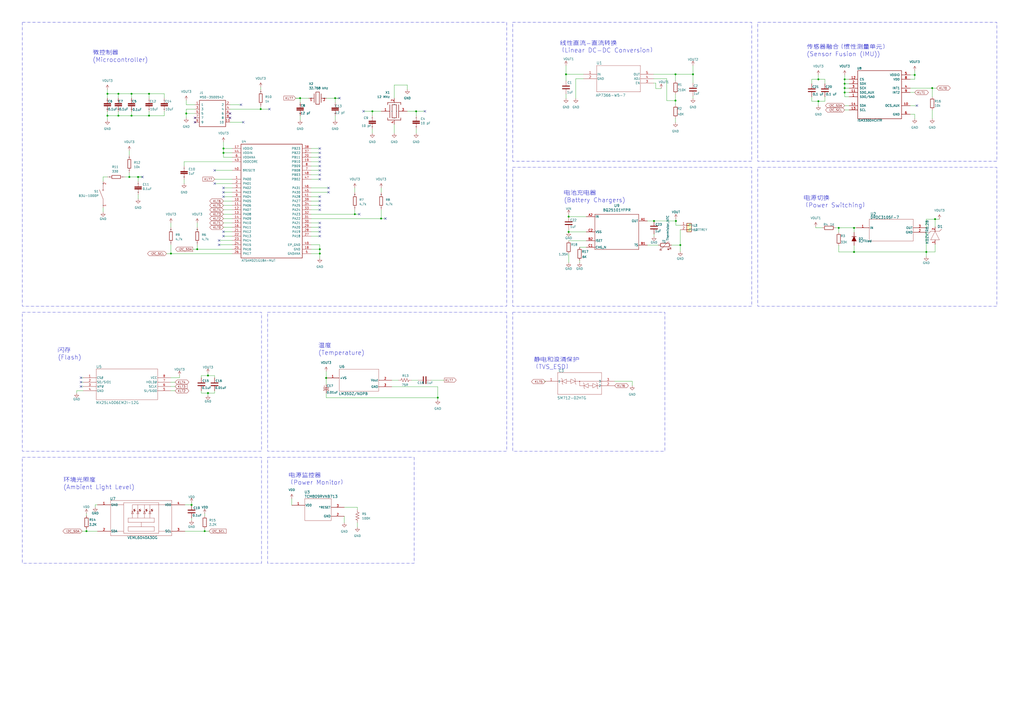
<source format=kicad_sch>
(kicad_sch (version 20231120) (generator "eeschema") (generator_version "8.0")
  (paper "A2")
  (title_block (title "KLT_设计_8beebc42-3b53-46b7-99a3-e05f13a3a830") (date "2024/10/31") (rev "0"))
  (junction (at 62.328 54.4))
  (junction (at 540.764 51.0975))
  (junction (at 185.518 147.11))
  (junction (at 185.518 144.57))
  (junction (at 329.857 134.5375))
  (junction (at 80.108 102.66))
  (junction (at 120.641 217.8505))
  (junction (at 194.408 56.94))
  (junction (at 221.078 126.79))
  (junction (at 391.833 58.3365))
  (junction (at 174.088 56.94))
  (junction (at 379.387 128.1875))
  (junction (at 129.638 88.69))
  (junction (at 486.535 132.188))
  (junction (at 120.641 228.0105))
  (junction (at 129.638 86.15))
  (junction (at 68.678 67.1))
  (junction (at 542.415 127.108))
  (junction (at 75.028 102.66))
  (junction (at 99.158 147.11))
  (junction (at 189.181 219.2475))
  (junction (at 401.993 43.0965))
  (junction (at 489.964 53.6375))
  (junction (at 111.116 292.8794))
  (junction (at 394.627 142.1575))
  (junction (at 489.964 51.0975))
  (junction (at 474.724 58.7175))
  (junction (at 114.398 144.57))
  (junction (at 86.458 54.4))
  (junction (at 108.048 65.83))
  (junction (at 50.156 308.1194))
  (junction (at 329.857 125.6475))
  (junction (at 489.964 48.5575))
  (junction (at 392.087 128.1875))
  (junction (at 328.333 43.0965))
  (junction (at 489.964 46.0175))
  (junction (at 76.298 54.4))
  (junction (at 205.838 124.25))
  (junction (at 118.736 308.1194))
  (junction (at 76.298 67.1))
  (junction (at 474.724 46.0175))
  (junction (at 241.398 64.56))
  (junction (at 391.833 43.0965))
  (junction (at 151.228 63.29))
  (junction (at 530.604 43.4775))
  (junction (at 68.678 54.4))
  (junction (at 537.335 146.158))
  (junction (at 86.458 67.1))
  (junction (at 62.328 67.1))
  (junction (at 215.998 64.56))
  (junction (at 253.951 230.6775))
  (junction (at 495.425 132.188))
  (junction (at 495.425 146.158))
  (no_connect (at 185.518 88.69))
  (no_connect (at 127.098 139.49))
  (no_connect (at 185.518 129.33))
  (no_connect (at 190.598 111.55))
  (no_connect (at 185.518 121.71))
  (no_connect (at 185.518 116.63))
  (no_connect (at 139.798 60.75))
  (no_connect (at 133.448 65.83))
  (no_connect (at 190.598 109.01))
  (no_connect (at 185.518 86.15))
  (no_connect (at 133.448 68.37))
  (no_connect (at 223.618 126.79))
  (no_connect (at 113.128 68.37))
  (no_connect (at 185.518 114.09))
  (no_connect (at 82.648 102.66))
  (no_connect (at 113.128 70.91))
  (no_connect (at 185.518 131.87))
  (no_connect (at 185.518 101.39))
  (no_connect (at 46.981 219.1205))
  (no_connect (at 129.638 134.41))
  (no_connect (at 127.098 142.03))
  (no_connect (at 185.518 91.23))
  (no_connect (at 531.874 61.2575))
  (no_connect (at 129.638 111.55))
  (no_connect (at 46.981 224.2005))
  (no_connect (at 185.518 136.95))
  (no_connect (at 185.518 119.17))
  (no_connect (at 129.638 114.09))
  (no_connect (at 246.478 64.56))
  (no_connect (at 185.518 96.31))
  (no_connect (at 210.918 64.56))
  (no_connect (at 141.068 70.91))
  (no_connect (at 156.308 63.29))
  (no_connect (at 129.638 109.01))
  (no_connect (at 185.518 98.85))
  (no_connect (at 185.518 103.93))
  (no_connect (at 196.948 56.94))
  (no_connect (at 46.981 221.6605))
  (no_connect (at 124.558 106.47))
  (no_connect (at 124.558 98.85))
  (no_connect (at 208.378 124.25))
  (no_connect (at 129.638 136.95))
  (no_connect (at 185.518 134.41))
  (no_connect (at 185.518 93.77))
  (wire (pts (xy 189.328 56.94) (xy 194.408 56.94)) (stroke (width 0.1524)))
  (wire (pts (xy 118.736 306.8494) (xy 118.736 308.1194)))
  (wire (pts (xy 486.535 132.188) (xy 495.425 132.188)))
  (wire (pts (xy 379.387 137.0775) (xy 379.387 135.8075)))
  (wire (pts (xy 75.028 102.66) (xy 80.108 102.66)) (stroke (width 0.1524)))
  (wire (pts (xy 68.678 54.4) (xy 76.298 54.4)) (stroke (width 0.1524)))
  (wire (pts (xy 129.638 88.69) (xy 129.638 86.15)) (stroke (width 0.1524)))
  (wire (pts (xy 495.425 132.188) (xy 496.695 132.188)))
  (wire (pts (xy 107.306 308.1194) (xy 118.736 308.1194)))
  (wire (pts (xy 180.438 134.41) (xy 185.518 134.41)) (stroke (width 0.1524)))
  (wire (pts (xy 99.051 219.1205) (xy 104.131 219.1205)))
  (wire (pts (xy 59.788 105.2) (xy 59.788 102.66)) (stroke (width 0.1524)))
  (wire (pts (xy 394.627 142.1575) (xy 394.627 145.9675)))
  (wire (pts (xy 336.207 151.0475) (xy 336.207 152.3175)))
  (wire (pts (xy 210.918 64.56) (xy 215.998 64.56)) (stroke (width 0.1524)))
  (wire (pts (xy 470.914 58.7175) (xy 474.724 58.7175)) (stroke (width 0.1524)))
  (wire (pts (xy 329.857 147.2375) (xy 329.857 152.3175)))
  (wire (pts (xy 180.438 86.15) (xy 185.518 86.15)) (stroke (width 0.1524)))
  (wire (pts (xy 134.718 124.25) (xy 129.638 124.25)) (stroke (width 0.1524)))
  (wire (pts (xy 315.9184 221.1906) (xy 316.0962 221.1906)))
  (wire (pts (xy 116.831 226.7405) (xy 116.831 228.0105)))
  (wire (pts (xy 489.964 48.5575) (xy 489.964 46.0175)) (stroke (width 0.1524)))
  (wire (pts (xy 180.438 111.55) (xy 190.598 111.55)) (stroke (width 0.1524)))
  (wire (pts (xy 134.718 114.09) (xy 129.638 114.09)) (stroke (width 0.1524)))
  (wire (pts (xy 133.448 70.91) (xy 141.068 70.91)) (stroke (width 0.1524)))
  (wire (pts (xy 356.5584 221.1906) (xy 366.7184 221.1906)))
  (wire (pts (xy 537.335 132.188) (xy 537.335 127.108)))
  (wire (pts (xy 180.438 88.69) (xy 185.518 88.69)) (stroke (width 0.1524)))
  (wire (pts (xy 531.874 61.2575) (xy 528.064 61.2575)))
  (wire (pts (xy 221.078 121.71) (xy 221.078 126.79)) (stroke (width 0.1524)))
  (wire (pts (xy 199.728 299.4218) (xy 199.728 303.2318)))
  (wire (pts (xy 489.964 56.1775) (xy 489.964 53.6375)) (stroke (width 0.1524)))
  (wire (pts (xy 542.415 141.713) (xy 542.415 146.158)))
  (wire (pts (xy 316.0962 221.1906) (xy 316.0962 221.3684)))
  (wire (pts (xy 478.534 58.7175) (xy 474.724 58.7175)) (stroke (width 0.1524)))
  (wire (pts (xy 199.728 294.3418) (xy 207.348 294.3418)))
  (wire (pts (xy 238.711 220.5175) (xy 242.521 220.5175)))
  (wire (pts (xy 76.298 67.1) (xy 86.458 67.1)) (stroke (width 0.1524)))
  (wire (pts (xy 118.736 297.9594) (xy 118.736 299.2294)))
  (wire (pts (xy 185.518 142.03) (xy 185.518 144.57)) (stroke (width 0.1524)))
  (wire (pts (xy 180.438 142.03) (xy 185.518 142.03)) (stroke (width 0.1524)))
  (wire (pts (xy 329.857 133.2675) (xy 329.857 134.5375)))
  (wire (pts (xy 48.251 226.7405) (xy 44.441 226.7405)))
  (wire (pts (xy 111.116 300.4994) (xy 111.116 301.7694)))
  (wire (pts (xy 169.248 289.2618) (xy 169.248 293.0718)))
  (wire (pts (xy 366.7184 221.1906) (xy 366.7184 223.7306)))
  (wire (pts (xy 59.788 120.44) (xy 59.788 122.98)) (stroke (width 0.1524)))
  (wire (pts (xy 334.048 45.6365) (xy 338.493 45.6365)))
  (wire (pts (xy 75.028 89.96) (xy 75.028 87.42)) (stroke (width 0.1524)))
  (wire (pts (xy 241.398 64.56) (xy 246.478 64.56)) (stroke (width 0.1524)))
  (wire (pts (xy 151.228 62.02) (xy 151.228 63.29)) (stroke (width 0.1524)))
  (wire (pts (xy 180.438 136.95) (xy 185.518 136.95)) (stroke (width 0.1524)))
  (wire (pts (xy 99.051 224.2005) (xy 101.591 224.2005)))
  (wire (pts (xy 127.098 142.03) (xy 134.718 142.03)))
  (wire (pts (xy 107.306 292.8794) (xy 111.116 292.8794)))
  (wire (pts (xy 106.778 93.77) (xy 106.778 96.31)) (stroke (width 0.1524)))
  (wire (pts (xy 134.718 129.33) (xy 129.638 129.33)) (stroke (width 0.1524)))
  (wire (pts (xy 492.504 53.6375) (xy 489.964 53.6375)) (stroke (width 0.1524)))
  (wire (pts (xy 120.641 217.8505) (xy 124.451 217.8505)))
  (wire (pts (xy 401.993 57.0665) (xy 401.993 55.7965)))
  (wire (pts (xy 401.993 38.0165) (xy 401.993 43.0965)))
  (wire (pts (xy 59.788 102.66) (xy 62.328 102.66)) (stroke (width 0.1524)))
  (wire (pts (xy 386.753 45.6365) (xy 386.753 58.3365)))
  (wire (pts (xy 528.064 43.4775) (xy 530.604 43.4775)) (stroke (width 0.1524)))
  (wire (pts (xy 76.298 56.94) (xy 76.298 54.4)) (stroke (width 0.1524)))
  (wire (pts (xy 50.156 297.9594) (xy 50.156 299.2294)))
  (wire (pts (xy 328.333 38.0165) (xy 328.333 43.0965)))
  (wire (pts (xy 46.981 219.1205) (xy 48.251 219.1205)))
  (wire (pts (xy 492.504 46.0175) (xy 489.964 46.0175)) (stroke (width 0.1524)))
  (wire (pts (xy 95.348 64.56) (xy 95.348 67.1)) (stroke (width 0.1524)))
  (wire (pts (xy 207.348 303.2318) (xy 207.348 305.7718)))
  (wire (pts (xy 336.207 143.4275) (xy 340.017 143.4275)))
  (wire (pts (xy 185.518 144.57) (xy 185.518 147.11)) (stroke (width 0.1524)))
  (wire (pts (xy 134.718 119.17) (xy 129.638 119.17)) (stroke (width 0.1524)))
  (wire (pts (xy 46.981 221.6605) (xy 48.251 221.6605)))
  (wire (pts (xy 99.158 147.11) (xy 134.718 147.11)) (stroke (width 0.1524)))
  (wire (pts (xy 50.156 306.8494) (xy 50.156 308.1194)))
  (wire (pts (xy 108.048 65.83) (xy 108.048 68.37)) (stroke (width 0.1524)))
  (wire (pts (xy 180.438 91.23) (xy 185.518 91.23)) (stroke (width 0.1524)))
  (wire (pts (xy 530.604 46.0175) (xy 530.604 43.4775)) (stroke (width 0.1524)))
  (wire (pts (xy 194.408 56.94) (xy 194.408 59.48)) (stroke (width 0.1524)))
  (wire (pts (xy 180.438 103.93) (xy 185.518 103.93)) (stroke (width 0.1524)))
  (wire (pts (xy 62.328 54.4) (xy 62.328 51.86)) (stroke (width 0.1524)))
  (wire (pts (xy 120.641 216.5805) (xy 120.641 217.8505)))
  (wire (pts (xy 56.506 308.1194) (xy 50.156 308.1194)))
  (wire (pts (xy 99.158 147.11) (xy 96.618 147.11)) (stroke (width 0.1524)))
  (wire (pts (xy 151.228 63.29) (xy 156.308 63.29)) (stroke (width 0.1524)))
  (wire (pts (xy 492.504 61.2575) (xy 489.964 61.2575)) (stroke (width 0.1524)))
  (wire (pts (xy 221.078 109.01) (xy 221.078 111.55)))
  (wire (pts (xy 328.333 43.0965) (xy 338.493 43.0965)))
  (wire (pts (xy 134.718 134.41) (xy 129.638 134.41)) (stroke (width 0.1524)))
  (wire (pts (xy 392.087 126.9175) (xy 392.087 128.1875)))
  (wire (pts (xy 236.318 64.56) (xy 241.398 64.56)) (stroke (width 0.1524)))
  (wire (pts (xy 194.408 56.94) (xy 196.948 56.94)) (stroke (width 0.1524)))
  (wire (pts (xy 375.577 128.1875) (xy 379.387 128.1875)))
  (wire (pts (xy 116.831 217.8505) (xy 120.641 217.8505)))
  (wire (pts (xy 55.236 292.8794) (xy 55.236 294.1494)))
  (wire (pts (xy 391.833 68.4965) (xy 391.833 71.0365)))
  (wire (pts (xy 113.128 63.29) (xy 108.048 63.29)) (stroke (width 0.1524)))
  (wire (pts (xy 489.964 46.0175) (xy 489.964 43.4775)) (stroke (width 0.1524)))
  (wire (pts (xy 180.438 114.09) (xy 185.518 114.09)) (stroke (width 0.1524)))
  (wire (pts (xy 124.451 228.0105) (xy 124.451 226.7405)))
  (wire (pts (xy 124.558 103.93) (xy 134.718 103.93)) (stroke (width 0.1524)))
  (wire (pts (xy 474.724 58.7175) (xy 474.724 61.2575)) (stroke (width 0.1524)))
  (wire (pts (xy 120.641 228.0105) (xy 124.451 228.0105)))
  (wire (pts (xy 99.158 142.03) (xy 99.158 147.11)) (stroke (width 0.1524)))
  (wire (pts (xy 68.678 56.94) (xy 68.678 54.4)) (stroke (width 0.1524)))
  (wire (pts (xy 114.398 131.87) (xy 114.398 129.33)) (stroke (width 0.1524)))
  (wire (pts (xy 151.228 50.59) (xy 151.228 51.86)) (stroke (width 0.1524)))
  (wire (pts (xy 62.328 67.1) (xy 62.328 69.64)) (stroke (width 0.1524)))
  (wire (pts (xy 207.348 294.3418) (xy 207.348 295.6118)))
  (wire (pts (xy 228.698 56.94) (xy 228.698 49.32)) (stroke (width 0.1524)))
  (wire (pts (xy 124.451 217.8505) (xy 124.451 219.1205)))
  (wire (pts (xy 134.718 131.87) (xy 129.638 131.87)) (stroke (width 0.1524)))
  (wire (pts (xy 99.051 226.7405) (xy 101.591 226.7405)))
  (wire (pts (xy 86.458 67.1) (xy 95.348 67.1)) (stroke (width 0.1524)))
  (wire (pts (xy 62.328 64.56) (xy 62.328 67.1)) (stroke (width 0.1524)))
  (wire (pts (xy 492.504 56.1775) (xy 489.964 56.1775)) (stroke (width 0.1524)))
  (wire (pts (xy 540.764 56.1775) (xy 540.764 51.0975)) (stroke (width 0.1524)))
  (wire (pts (xy 383.578 51.3515) (xy 380.403 51.3515)))
  (wire (pts (xy 392.087 130.7275) (xy 392.087 128.1875)))
  (wire (pts (xy 180.438 131.87) (xy 185.518 131.87)) (stroke (width 0.1524)))
  (wire (pts (xy 253.951 230.6775) (xy 253.951 231.9475)))
  (wire (pts (xy 114.398 142.03) (xy 114.398 144.57)) (stroke (width 0.1524)))
  (wire (pts (xy 44.441 226.7405) (xy 44.441 228.0105)))
  (wire (pts (xy 120.641 229.2805) (xy 120.641 228.0105)))
  (wire (pts (xy 215.998 67.1) (xy 215.998 64.56)) (stroke (width 0.1524)))
  (wire (pts (xy 241.398 64.56) (xy 241.398 67.1)) (stroke (width 0.1524)))
  (wire (pts (xy 134.718 91.23) (xy 129.638 91.23)) (stroke (width 0.1524)))
  (wire (pts (xy 530.604 66.3375) (xy 530.604 68.8775)) (stroke (width 0.1524)))
  (wire (pts (xy 72.488 102.66) (xy 75.028 102.66)) (stroke (width 0.1524)))
  (wire (pts (xy 528.064 66.3375) (xy 530.604 66.3375)) (stroke (width 0.1524)))
  (wire (pts (xy 528.064 46.0175) (xy 530.604 46.0175)) (stroke (width 0.1524)))
  (wire (pts (xy 108.048 63.29) (xy 108.048 65.83)) (stroke (width 0.1524)))
  (wire (pts (xy 134.718 88.69) (xy 129.638 88.69)) (stroke (width 0.1524)))
  (wire (pts (xy 391.833 54.5265) (xy 391.833 58.3365)))
  (wire (pts (xy 180.438 124.25) (xy 205.838 124.25)) (stroke (width 0.1524)))
  (wire (pts (xy 329.857 139.6175) (xy 340.017 139.6175)))
  (wire (pts (xy 329.857 134.5375) (xy 340.017 134.5375)))
  (wire (pts (xy 68.678 67.1) (xy 76.298 67.1)) (stroke (width 0.1524)))
  (wire (pts (xy 189.181 215.4375) (xy 189.181 219.2475)))
  (wire (pts (xy 86.458 54.4) (xy 95.348 54.4)) (stroke (width 0.1524)))
  (wire (pts (xy 492.504 63.7975) (xy 489.964 63.7975)) (stroke (width 0.1524)))
  (wire (pts (xy 134.718 86.15) (xy 129.638 86.15)) (stroke (width 0.1524)))
  (wire (pts (xy 46.981 224.2005) (xy 48.251 224.2005)))
  (wire (pts (xy 116.831 219.1205) (xy 116.831 217.8505)))
  (wire (pts (xy 394.627 133.2675) (xy 394.627 142.1575)))
  (wire (pts (xy 180.438 116.63) (xy 185.518 116.63)) (stroke (width 0.1524)))
  (wire (pts (xy 328.333 54.5265) (xy 328.333 57.0665)))
  (wire (pts (xy 537.335 148.698) (xy 537.335 146.158)))
  (wire (pts (xy 111.116 292.8794) (xy 111.116 291.6094)))
  (wire (pts (xy 379.133 45.6365) (xy 386.753 45.6365)))
  (wire (pts (xy 134.718 109.01) (xy 129.638 109.01)) (stroke (width 0.1524)))
  (wire (pts (xy 250.141 220.5175) (xy 257.761 220.5175)))
  (wire (pts (xy 473.2 132.188) (xy 477.01 132.188)))
  (wire (pts (xy 86.458 64.56) (xy 86.458 67.1)) (stroke (width 0.1524)))
  (wire (pts (xy 380.403 51.3515) (xy 380.403 48.1765)))
  (wire (pts (xy 134.718 98.85) (xy 124.558 98.85)) (stroke (width 0.1524)))
  (wire (pts (xy 205.838 124.25) (xy 208.378 124.25)) (stroke (width 0.1524)))
  (wire (pts (xy 328.333 46.9065) (xy 328.333 43.0965)))
  (wire (pts (xy 495.425 132.188) (xy 495.425 134.728)))
  (wire (pts (xy 62.328 67.1) (xy 68.678 67.1)) (stroke (width 0.1524)))
  (wire (pts (xy 127.098 139.49) (xy 134.718 139.49)))
  (wire (pts (xy 108.048 60.75) (xy 108.048 58.21)) (stroke (width 0.1524)))
  (wire (pts (xy 478.534 56.1775) (xy 478.534 58.7175)) (stroke (width 0.1524)))
  (wire (pts (xy 380.403 48.1765) (xy 379.133 48.1765)))
  (wire (pts (xy 180.438 119.17) (xy 185.518 119.17)) (stroke (width 0.1524)))
  (wire (pts (xy 116.831 228.0105) (xy 120.641 228.0105)))
  (wire (pts (xy 80.108 102.66) (xy 80.108 105.2)) (stroke (width 0.1524)))
  (wire (pts (xy 391.833 58.3365) (xy 391.833 60.8765)))
  (wire (pts (xy 76.298 54.4) (xy 86.458 54.4)) (stroke (width 0.1524)))
  (wire (pts (xy 75.028 102.66) (xy 75.028 100.12)) (stroke (width 0.1524)))
  (wire (pts (xy 489.964 53.6375) (xy 489.964 51.0975)) (stroke (width 0.1524)))
  (wire (pts (xy 486.535 132.188) (xy 486.535 134.728)))
  (wire (pts (xy 86.458 56.94) (xy 86.458 54.4)) (stroke (width 0.1524)))
  (wire (pts (xy 47.616 308.1194) (xy 50.156 308.1194)))
  (wire (pts (xy 329.857 125.6475) (xy 340.017 125.6475)))
  (wire (pts (xy 171.548 56.94) (xy 174.088 56.94)))
  (wire (pts (xy 221.078 126.79) (xy 223.618 126.79)) (stroke (width 0.1524)))
  (wire (pts (xy 99.051 221.6605) (xy 101.591 221.6605)))
  (wire (pts (xy 474.724 46.0175) (xy 474.724 43.4775)) (stroke (width 0.1524)))
  (wire (pts (xy 174.088 56.94) (xy 171.548 56.94)) (stroke (width 0.1524)))
  (wire (pts (xy 470.914 46.0175) (xy 474.724 46.0175)) (stroke (width 0.1524)))
  (wire (pts (xy 134.718 111.55) (xy 129.638 111.55)) (stroke (width 0.1524)))
  (wire (pts (xy 134.718 144.57) (xy 114.398 144.57)) (stroke (width 0.1524)))
  (wire (pts (xy 180.438 109.01) (xy 190.598 109.01)) (stroke (width 0.1524)))
  (wire (pts (xy 542.415 127.108) (xy 542.415 131.633)))
  (wire (pts (xy 180.438 101.39) (xy 185.518 101.39)) (stroke (width 0.1524)))
  (wire (pts (xy 215.998 74.72) (xy 215.998 77.26)) (stroke (width 0.1524)))
  (wire (pts (xy 62.328 54.4) (xy 68.678 54.4)) (stroke (width 0.1524)))
  (wire (pts (xy 129.638 82.34) (xy 129.638 86.15)) (stroke (width 0.1524)))
  (wire (pts (xy 329.857 124.3775) (xy 329.857 125.6475)))
  (wire (pts (xy 180.438 98.85) (xy 185.518 98.85)) (stroke (width 0.1524)))
  (wire (pts (xy 180.438 121.71) (xy 185.518 121.71)) (stroke (width 0.1524)))
  (wire (pts (xy 180.438 126.79) (xy 221.078 126.79)) (stroke (width 0.1524)))
  (wire (pts (xy 530.604 43.4775) (xy 530.604 40.9375)) (stroke (width 0.1524)))
  (wire (pts (xy 95.348 56.94) (xy 95.348 54.4)) (stroke (width 0.1524)))
  (wire (pts (xy 470.914 56.1775) (xy 470.914 58.7175)) (stroke (width 0.1524)))
  (wire (pts (xy 473.2 132.188) (xy 473.2 131.553)))
  (wire (pts (xy 392.087 128.1875) (xy 379.387 128.1875)))
  (wire (pts (xy 492.504 51.0975) (xy 489.964 51.0975)) (stroke (width 0.1524)))
  (wire (pts (xy 205.838 121.71) (xy 205.838 124.25)) (stroke (width 0.1524)))
  (wire (pts (xy 489.964 51.0975) (xy 489.964 48.5575)) (stroke (width 0.1524)))
  (wire (pts (xy 174.088 56.94) (xy 179.168 56.94)) (stroke (width 0.1524)))
  (wire (pts (xy 80.108 102.66) (xy 82.648 102.66)) (stroke (width 0.1524)))
  (wire (pts (xy 394.627 142.1575) (xy 389.547 142.1575)))
  (wire (pts (xy 495.425 142.348) (xy 495.425 146.158)))
  (wire (pts (xy 80.108 112.82) (xy 80.108 115.36)) (stroke (width 0.1524)))
  (wire (pts (xy 470.914 48.5575) (xy 470.914 46.0175)) (stroke (width 0.1524)))
  (wire (pts (xy 391.833 43.0965) (xy 391.833 46.9065)))
  (wire (pts (xy 106.778 103.93) (xy 106.778 106.47)) (stroke (width 0.1524)))
  (wire (pts (xy 495.425 146.158) (xy 537.335 146.158)))
  (wire (pts (xy 189.181 219.2475) (xy 189.181 223.0575)))
  (wire (pts (xy 537.335 127.108) (xy 542.415 127.108)))
  (wire (pts (xy 486.535 146.158) (xy 495.425 146.158)))
  (wire (pts (xy 236.318 49.32) (xy 236.318 51.86)) (stroke (width 0.1524)))
  (wire (pts (xy 537.335 134.728) (xy 537.335 146.158)))
  (wire (pts (xy 540.764 51.0975) (xy 543.304 51.0975)) (stroke (width 0.1524)))
  (wire (pts (xy 180.438 144.57) (xy 185.518 144.57)) (stroke (width 0.1524)))
  (wire (pts (xy 185.518 147.11) (xy 185.518 149.65)) (stroke (width 0.1524)))
  (wire (pts (xy 205.838 111.55) (xy 205.838 109.01)) (stroke (width 0.1524)))
  (wire (pts (xy 134.718 126.79) (xy 129.638 126.79)) (stroke (width 0.1524)))
  (wire (pts (xy 537.335 146.158) (xy 542.415 146.158)))
  (wire (pts (xy 76.298 64.56) (xy 76.298 67.1)) (stroke (width 0.1524)))
  (wire (pts (xy 174.088 67.1) (xy 174.088 69.64)) (stroke (width 0.1524)))
  (wire (pts (xy 189.181 228.1375) (xy 189.181 230.6775)))
  (wire (pts (xy 180.438 147.11) (xy 185.518 147.11)) (stroke (width 0.1524)))
  (wire (pts (xy 228.698 49.32) (xy 236.318 49.32)) (stroke (width 0.1524)))
  (wire (pts (xy 180.438 96.31) (xy 185.518 96.31)) (stroke (width 0.1524)))
  (wire (pts (xy 180.438 93.77) (xy 185.518 93.77)) (stroke (width 0.1524)))
  (wire (pts (xy 99.158 131.87) (xy 99.158 129.33)) (stroke (width 0.1524)))
  (wire (pts (xy 391.833 43.0965) (xy 401.993 43.0965)))
  (wire (pts (xy 486.535 142.348) (xy 486.535 146.158)))
  (wire (pts (xy 113.128 65.83) (xy 108.048 65.83)) (stroke (width 0.1524)))
  (wire (pts (xy 484.63 132.188) (xy 486.535 132.188)))
  (wire (pts (xy 134.718 93.77) (xy 106.778 93.77)) (stroke (width 0.1524)))
  (wire (pts (xy 118.736 308.1194) (xy 121.276 308.1194)))
  (wire (pts (xy 227.281 220.5175) (xy 231.091 220.5175)))
  (wire (pts (xy 196.948 56.94) (xy 194.408 56.94)))
  (wire (pts (xy 134.718 121.71) (xy 129.638 121.71)) (stroke (width 0.1524)))
  (wire (pts (xy 113.128 60.75) (xy 108.048 60.75)) (stroke (width 0.1524)))
  (wire (pts (xy 334.048 45.6365) (xy 334.048 57.0665)))
  (wire (pts (xy 401.993 43.0965) (xy 401.993 48.1765)))
  (wire (pts (xy 134.718 116.63) (xy 129.638 116.63)) (stroke (width 0.1524)))
  (wire (pts (xy 542.415 127.108) (xy 544.955 127.108)))
  (wire (pts (xy 316.0962 221.3684) (xy 316.274 221.3684)))
  (wire (pts (xy 241.398 74.72) (xy 241.398 77.26)) (stroke (width 0.1524)))
  (wire (pts (xy 478.534 48.5575) (xy 478.534 46.0175)) (stroke (width 0.1524)))
  (wire (pts (xy 133.448 60.75) (xy 139.798 60.75)) (stroke (width 0.1524)))
  (wire (pts (xy 174.088 59.48) (xy 174.088 56.94)) (stroke (width 0.1524)))
  (wire (pts (xy 253.951 224.3275) (xy 253.951 230.6775)))
  (wire (pts (xy 379.133 43.0965) (xy 391.833 43.0965)))
  (wire (pts (xy 386.753 58.3365) (xy 391.833 58.3365)))
  (wire (pts (xy 227.281 224.3275) (xy 253.951 224.3275)))
  (wire (pts (xy 375.577 142.1575) (xy 381.927 142.1575)))
  (wire (pts (xy 124.558 106.47) (xy 134.718 106.47)) (stroke (width 0.1524)))
  (wire (pts (xy 133.448 63.29) (xy 151.228 63.29)) (stroke (width 0.1524)))
  (wire (pts (xy 194.408 67.1) (xy 194.408 69.64)) (stroke (width 0.1524)))
  (wire (pts (xy 189.181 230.6775) (xy 253.951 230.6775)))
  (wire (pts (xy 528.064 51.0975) (xy 540.764 51.0975)) (stroke (width 0.1524)))
  (wire (pts (xy 215.998 64.56) (xy 221.078 64.56)) (stroke (width 0.1524)))
  (wire (pts (xy 180.438 129.33) (xy 185.518 129.33)) (stroke (width 0.1524)))
  (wire (pts (xy 394.627 130.7275) (xy 392.087 130.7275)))
  (wire (pts (xy 104.131 219.1205) (xy 104.131 217.8505)))
  (wire (pts (xy 56.506 292.8794) (xy 55.236 292.8794)))
  (wire (pts (xy 478.534 46.0175) (xy 474.724 46.0175)) (stroke (width 0.1524)))
  (wire (pts (xy 114.398 144.57) (xy 111.858 144.57)) (stroke (width 0.1524)))
  (wire (pts (xy 62.328 56.94) (xy 62.328 54.4)) (stroke (width 0.1524)))
  (wire (pts (xy 228.698 72.18) (xy 228.698 77.26)) (stroke (width 0.1524)))
  (wire (pts (xy 68.678 64.56) (xy 68.678 67.1)) (stroke (width 0.1524)))
  (wire (pts (xy 528.064 53.6375) (xy 530.604 53.6375)) (stroke (width 0.1524)))
  (wire (pts (xy 134.718 136.95) (xy 129.638 136.95)) (stroke (width 0.1524)))
  (wire (pts (xy 492.504 48.5575) (xy 489.964 48.5575)) (stroke (width 0.1524)))
  (wire (pts (xy 540.764 68.8775) (xy 540.764 63.7975)) (stroke (width 0.1524)))
  (wire (pts (xy 129.638 91.23) (xy 129.638 88.69)) (stroke (width 0.1524)))
  (wire (pts (xy 82.648 102.66) (xy 80.108 102.66)))
  (rectangle (start 155.2 181.15) (end 293.9 261.725) (stroke (width 0) (type dash_dot)))
  (rectangle (start 155.2 265.225) (end 240.2 326.7718) (stroke (width 0) (type dash_dot)))
  (rectangle (start 297.4 13) (end 436.1 93.575) (stroke (width 0) (type dash_dot)))
  (rectangle (start 439.6 97.075) (end 578.3 177.65) (stroke (width 0) (type dash_dot)))
  (rectangle (start 13 181.15) (end 151.7 261.725) (stroke (width 0) (type dash_dot)))
  (rectangle (start 439.6 13) (end 578.3 93.575) (stroke (width 0) (type dash_dot)))
  (rectangle (start 13 13) (end 293.9 177.65) (stroke (width 0) (type dash_dot)))
  (rectangle (start 297.4 181.15) (end 385.7184 261.725) (stroke (width 0) (type dash_dot)))
  (rectangle (start 13 265.225) (end 151.7 326.7718) (stroke (width 0) (type dash_dot)))
  (rectangle (start 297.4 97.075) (end 436.1 177.65) (stroke (width 0) (type dash_dot)))
  (text "环境光照度\n(Ambient Light Level)" (at 36.694 280.6874 0) (effects (font (size 2.54 2.54)) (justify left)))
  (text "电池充电器\n(Battery Chargers)" (at 327.063 114.2175 0) (effects (font (size 2.54 2.54)) (justify left)))
  (text "微控制器\n(Microcontroller)" (at 53.692 32.81 0) (effects (font (size 2.54 2.54)) (justify left)))
  (text "静电和浪涌保护\n（TVS_ESD）" (at 309.67 210.9544 0) (effects (font (size 2.54 2.54)) (justify left)))
  (text "闪存\n(Flash)" (at 33.519 205.4045 0) (effects (font (size 2.54 2.54)) (justify left)))
  (text "电源监控器\n（Power Monitor）" (at 167.47 278.035 0) (effects (font (size 2.54 2.54)) (justify left)))
  (text "温度\n(Temperature)" (at 184.609 202.7375 0) (effects (font (size 2.54 2.54)) (justify left)))
  (text "线性直流-直流转换\n（Linear DC-DC Conversion）" (at 324.777 27.3485 0) (effects (font (size 2.54 2.54)) (justify left)))
  (text "电源切换\n（Power Switching）" (at 466.215 117.202 0) (effects (font (size 2.54 2.54)) (justify left)))
  (text "传感器融合（惯性测量单元）\n(Sensor Fusion (IMU))" (at 467.866 29.5075 0) (effects (font (size 2.54 2.54)) (justify left)))
  (global_label "KLT5" (shape bidirectional) (at 129.638 119.17 180) (property "Intersheetrefs" "${INTERSHEET_REFS}" (effects (hide yes))))
  (global_label "KLT7" (shape output) (at 257.761 220.5175 0) (property "Intersheetrefs" "${INTERSHEET_REFS}" (effects (hide yes))))
  (global_label "KLT0" (shape bidirectional) (at 543.304 51.0975 0) (property "Intersheetrefs" "${INTERSHEET_REFS}" (effects (hide yes))))
  (global_label "KLT0" (shape bidirectional) (at 129.638 131.87 180) (property "Intersheetrefs" "${INTERSHEET_REFS}" (effects (hide yes))))
  (global_label "I2C_SDA" (shape bidirectional) (at 489.964 61.2575 180) (property "Intersheetrefs" "${INTERSHEET_REFS}" (effects (hide yes))))
  (global_label "KLT6" (shape bidirectional) (at 356.5584 223.7306 0) (property "Intersheetrefs" "${INTERSHEET_REFS}" (effects (hide yes))))
  (global_label "KLT6" (shape bidirectional) (at 129.638 116.63 180) (property "Intersheetrefs" "${INTERSHEET_REFS}" (effects (hide yes))))
  (global_label "I2C_SCL" (shape bidirectional) (at 96.618 147.11 180) (property "Intersheetrefs" "${INTERSHEET_REFS}" (effects (hide yes))))
  (global_label "I2C_SCL" (shape input) (at 121.276 308.1194 0) (property "Intersheetrefs" "${INTERSHEET_REFS}" (effects (hide yes))))
  (global_label "KLT7" (shape input) (at 124.558 103.93 180) (property "Intersheetrefs" "${INTERSHEET_REFS}" (effects (hide yes))))
  (global_label "KLT7" (shape input) (at 171.548 56.94 180) (property "Intersheetrefs" "${INTERSHEET_REFS}" (effects (hide yes))))
  (global_label "KLT5" (shape bidirectional) (at 316.274 221.3684 180) (property "Intersheetrefs" "${INTERSHEET_REFS}" (effects (hide yes))))
  (global_label "KLT1" (shape bidirectional) (at 530.604 53.6375 0) (property "Intersheetrefs" "${INTERSHEET_REFS}" (effects (hide yes))))
  (global_label "KLT2" (shape bidirectional) (at 129.638 126.79 180) (property "Intersheetrefs" "${INTERSHEET_REFS}" (effects (hide yes))))
  (global_label "KLT3" (shape bidirectional) (at 129.638 124.25 180) (property "Intersheetrefs" "${INTERSHEET_REFS}" (effects (hide yes))))
  (global_label "KLT4" (shape bidirectional) (at 101.591 221.6605 0) (property "Intersheetrefs" "${INTERSHEET_REFS}" (effects (hide yes))))
  (global_label "KLT1" (shape bidirectional) (at 129.638 129.33 180) (property "Intersheetrefs" "${INTERSHEET_REFS}" (effects (hide yes))))
  (global_label "KLT4" (shape bidirectional) (at 129.638 121.71 180) (property "Intersheetrefs" "${INTERSHEET_REFS}" (effects (hide yes))))
  (global_label "KLT2" (shape bidirectional) (at 101.591 226.7405 0) (property "Intersheetrefs" "${INTERSHEET_REFS}" (effects (hide yes))))
  (global_label "I2C_SCL" (shape bidirectional) (at 489.964 63.7975 180) (property "Intersheetrefs" "${INTERSHEET_REFS}" (effects (hide yes))))
  (global_label "KLT3" (shape input) (at 101.591 224.2005 0) (property "Intersheetrefs" "${INTERSHEET_REFS}" (effects (hide yes))))
  (global_label "I2C_SDA" (shape output) (at 111.858 144.57 180) (property "Intersheetrefs" "${INTERSHEET_REFS}" (effects (hide yes))))
  (global_label "I2C_SDA" (shape bidirectional) (at 47.616 308.1194 180) (property "Intersheetrefs" "${INTERSHEET_REFS}" (effects (hide yes))))
  (symbol (lib_id "power:GND") (at 391.833 71.0365 0) (unit 1)
    (property "Reference" "#PWR01" (effects (hide yes)))
    (property "Value" "GND" (at 391.833 76.1165 0))
    (property "Description" "Power symbol creates a global label with name \"GND\" , ground" (effects (hide yes)))
  )
  (symbol (lib_name "VCC_1") (lib_id "power:VCC") (at 221.078 109.01 0) (unit 1)
    (property "Reference" "#PWR015" (effects (hide yes)))
    (property "Value" "VOUT3" (at 221.078 103.93 0))
    (property "Description" "Power symbol creates a global label with name \"VCC\"" (effects (hide yes)))
  )
  (symbol (lib_id "59d8dd5d3684403883a6edf3276d16f2") (at 114.398 136.95 0) (mirror x) (unit 1)
    (property "Reference" "R6" (at 116.938 136.95 0) (effects (justify left top)))
    (property "Value" "4.7k" (at 116.938 139.49 0) (effects (justify left top)))
    (property "Footprint" "ATSAMD21G18A-MUT:0402R" (effects (hide yes)))
    (property "Module" "Microcontroller" (effects (hide yes)))
  )
  (symbol (lib_id "power:VDD") (at 169.248 289.2618 0) (unit 1)
    (property "Reference" "#PWR011" (effects (hide yes)))
    (property "Value" "VDD" (at 169.248 284.1818 0))
    (property "Description" "Power symbol creates a global label with name \"VDD\"" (effects (hide yes)))
  )
  (symbol (lib_id "power:GND") (at 366.7184 223.7306 0) (unit 1)
    (property "Reference" "#PWR014" (effects (hide yes)))
    (property "Value" "GND" (at 366.7184 228.8106 0))
    (property "Description" "Power symbol creates a global label with name \"GND\" , ground" (effects (hide yes)))
  )
  (symbol (lib_id "Device:R") (at 336.207 147.2375 0) (unit 1)
    (property "Reference" "R17" (at 337.477 145.9675 0) (effects (justify left)))
    (property "Value" "6K" (at 337.731 149.0155 0) (effects (justify left)))
    (property "Footprint" "BQ25101YFPR:CMF55_VIS" (effects (hide yes)))
    (property "Description" "Resistor" (effects (hide yes)))
    (property "Module" "Battery Chargers" (effects (hide yes)))
  )
  (symbol (lib_id "c53637bb522b453aa2a10ba5991595a2") (at 228.698 64.56 270) (mirror x) (unit 1)
    (property "Reference" "X1" (at 226.158 54.4 90) (effects (justify right top)))
    (property "Value" "12 MHz" (at 226.158 56.94 90) (effects (justify right top)))
    (property "Footprint" "ATSAMD21G18A-MUT:ABM8G_12_000MHZ_B4Y_T" (effects (hide yes)))
    (property "Description" "ABM8G-12.000MHZ-B-4-Y-T" (effects (hide yes)))
    (property "Module" "Microcontroller" (effects (hide yes)))
  )
  (symbol (lib_id "Device:R") (at 391.833 50.7165 0) (unit 1)
    (property "Reference" "R1" (at 393.0014 49.1417 0) (effects (justify left)))
    (property "Value" "210K" (at 392.9506 52.2151 0) (effects (justify left)))
    (property "Footprint" "AP7366_W5_7:R_0402_1005Metric" (effects (hide yes)))
    (property "Description" "Resistor" (effects (hide yes)))
    (property "Module" "Linear DC-DC Conversion" (effects (hide yes)))
  )
  (symbol (lib_id "power:GND") (at 336.207 152.3175 0) (unit 1)
    (property "Reference" "#PWR053" (effects (hide yes)))
    (property "Value" "GND" (at 336.207 155.8735 0))
    (property "Description" "Power symbol creates a global label with name \"GND\" , ground" (effects (hide yes)))
  )
  (symbol (lib_id "power:GND") (at 59.788 122.98 0) (unit 1)
    (property "Reference" "#PWR016" (effects (hide yes)))
    (property "Value" "GND" (at 59.788 126.98 0))
  )
  (symbol (lib_id "Device:R_US") (at 234.901 220.5175 90) (unit 1)
    (property "Reference" "R13" (at 235.155 217.9775 90))
    (property "Value" "75R" (at 234.901 223.3115 90))
    (property "Footprint" "LM35DZNOPB:R_0603_1608Metric" (effects (hide yes)))
    (property "Description" "Resistor, US symbol" (effects (hide yes)))
    (property "Module" "Temperature" (effects (hide yes)))
  )
  (symbol (lib_id "power:VCC") (at 474.724 43.4775 0) (unit 1)
    (property "Reference" "#PWR047" (effects (hide yes)))
    (property "Value" "VOUT3" (at 474.724 38.3975 0))
    (property "Description" "Power symbol creates a global label with name \"VCC\"" (effects (hide yes)))
  )
  (symbol (lib_id "Device:Thermistor_NTC") (at 385.737 142.1575 90) (unit 1)
    (property "Reference" "T1" (at 385.229 140.1255 90))
    (property "Value" "Thermistor_NTC" (at 387.3244 139.6175 0) (effects (justify left)))
    (property "Footprint" "BQ25101YFPR:TRES_NCP18XH103F03RB_MUR" (effects (hide yes)))
    (property "Description" "Temperature dependent resistor, negative temperature coefficient" (effects (hide yes)))
    (property "Module" "Battery Chargers" (effects (hide yes)))
  )
  (symbol (lib_id "a694860fc00444b8bf70d6151e701455") (at 157.578 116.63 0) (mirror x) (unit 1)
    (property "Reference" "U4" (at 140.052 81.324 0) (effects (justify left bottom)))
    (property "Value" "ATSAMD21G18A-MUT" (at 140.052 150.412 0) (effects (justify left bottom)))
    (property "Footprint" "ATSAMD21G18A-MUT:QFN48_7X7MC_MCH" (effects (hide yes)))
    (property "Manufacturers" "Microchip Technology(Microchip)" (effects (hide yes)))
    (property "Module" "Microcontroller" (effects (hide yes)))
  )
  (symbol (lib_id "power:GND") (at 334.048 57.0665 0) (unit 1)
    (property "Reference" "#PWR02" (effects (hide yes)))
    (property "Value" "GND" (at 334.048 62.1465 0))
    (property "Description" "Power symbol creates a global label with name \"GND\" , ground" (effects (hide yes)))
  )
  (symbol (lib_id "power:GND") (at 199.728 303.2318 0) (unit 1)
    (property "Reference" "#PWR012" (effects (hide yes)))
    (property "Value" "GND" (at 199.728 308.3118 0))
    (property "Description" "Power symbol creates a global label with name \"GND\" , ground" (effects (hide yes)))
  )
  (symbol (lib_id "BQ25101YFPR:BQ25101YFPR") (at 357.797 134.5375 0) (unit 1)
    (property "Reference" "U9" (at 357.797 119.2975 0) (effects (font (size 1.524 1.524))))
    (property "Value" "BQ25101YFPR" (at 357.797 121.8375 0) (effects (font (size 1.524 1.524))))
    (property "Footprint" "BQ25101YFPR:YFP0006AFAV" (effects (hide yes)))
    (property "Datasheet" "BQ25101YFPR" (effects (hide yes)))
    (property "Manufacturers" "Texas Instruments(TI)" (effects (hide yes)))
    (property "Module" "Battery Chargers" (effects (hide yes)))
  )
  (symbol (lib_id "Device:R") (at 50.156 303.0394 0) (unit 1)
    (property "Reference" "R14" (at 51.68 301.5154 0) (effects (justify left)))
    (property "Value" "2.2K" (at 51.68 304.3094 0) (effects (justify left)))
    (property "Footprint" "VEML6040A3OG:RC0603N_YAG" (effects (hide yes)))
    (property "Description" "Resistor" (effects (hide yes)))
    (property "Module" "Ambient Light Level" (effects (hide yes)))
  )
  (symbol (lib_id "power:VCC") (at 104.131 217.8505 0) (unit 1)
    (property "Reference" "#PWR036" (effects (hide yes)))
    (property "Value" "VOUT3" (at 104.131 214.2945 0))
    (property "Description" "Power symbol creates a global label with name \"VCC\"" (effects (hide yes)))
  )
  (symbol (lib_name "GND_1") (lib_id "power:GND") (at 185.518 149.65 0) (unit 1)
    (property "Reference" "#PWR017" (effects (hide yes)))
    (property "Value" "GND" (at 185.518 154.73 0))
    (property "Description" "Power symbol creates a global label with name \"GND\" , ground" (effects (hide yes)))
  )
  (symbol (lib_id "power:VBUS") (at 329.857 124.3775 0) (unit 1)
    (property "Reference" "#PWR054" (effects (hide yes)))
    (property "Value" "VIN" (at 329.857 121.0755 0))
    (property "Description" "Power symbol creates a global label with name \"VBUS\"" (effects (hide yes)))
  )
  (symbol (lib_id "power:VCC") (at 544.955 127.108 0) (unit 1)
    (property "Reference" "#PWR08" (effects (hide yes)))
    (property "Value" "VOUT3" (at 544.955 122.028 0))
    (property "Description" "Power symbol creates a global label with name \"VCC\"" (effects (hide yes)))
  )
  (symbol (lib_id "85d13148a64c4414bd71c9d86d11548f") (at 241.398 69.64 0) (mirror x) (unit 1)
    (property "Reference" "C4" (at 243.938 69.64 0) (effects (justify left top)))
    (property "Value" "10 pF" (at 243.938 72.18 0) (effects (justify left top)))
    (property "Footprint" "ATSAMD21G18A-MUT:0402C" (effects (hide yes)))
    (property "Module" "Microcontroller" (effects (hide yes)))
  )
  (symbol (lib_id "Device:C") (at 328.333 50.7165 0) (unit 1)
    (property "Reference" "C1" (at 329.095 47.9225 0) (effects (justify left)))
    (property "Value" "1uF" (at 328.841 53.5105 0) (effects (justify left)))
    (property "Footprint" "AP7366_W5_7:C_0402_1005Metric" (effects (hide yes)))
    (property "Description" "Unpolarized capacitor" (effects (hide yes)))
    (property "Module" "Linear DC-DC Conversion" (effects (hide yes)))
  )
  (symbol (lib_id "power:+3.3V") (at 111.116 291.6094 0) (unit 1)
    (property "Reference" "#PWR042" (effects (hide yes)))
    (property "Value" "VDD" (at 111.116 288.3074 0))
    (property "Description" "Power symbol creates a global label with name \"+3.3V\"" (effects (hide yes)))
  )
  (symbol (lib_id "power:VCC") (at 401.993 38.0165 0) (unit 1)
    (property "Reference" "#PWR03" (effects (hide yes)))
    (property "Value" "VOUT2" (at 402.0184 34.5113 0))
    (property "Description" "Power symbol creates a global label with name \"VCC\"" (effects (hide yes)))
  )
  (symbol (lib_name "VCC_1") (lib_id "power:VCC") (at 205.838 109.01 0) (unit 1)
    (property "Reference" "#PWR018" (effects (hide yes)))
    (property "Value" "VOUT3" (at 205.838 103.93 0))
    (property "Description" "Power symbol creates a global label with name \"VCC\"" (effects (hide yes)))
  )
  (symbol (lib_name "GND_1") (lib_id "power:GND") (at 215.998 77.26 0) (unit 1)
    (property "Reference" "#PWR019" (effects (hide yes)))
    (property "Value" "GND" (at 215.998 82.34 0))
    (property "Description" "Power symbol creates a global label with name \"GND\" , ground" (effects (hide yes)))
  )
  (symbol (lib_id "Device:C") (at 478.534 52.3675 0) (unit 1)
    (property "Reference" "C20" (at 478.788 50.3355 0) (effects (justify left)))
    (property "Value" "0.1 uF" (at 479.042 54.6535 0) (effects (justify left)))
    (property "Footprint" "ISM330DHCXTR:C_0603_1608Metric" (effects (hide yes)))
    (property "Description" "Unpolarized capacitor" (effects (hide yes)))
    (property "Module" "Sensor Fusion (IMU)" (effects (hide yes)))
  )
  (symbol (lib_name "GND_1") (lib_id "power:GND") (at 80.108 115.36 0) (unit 1)
    (property "Reference" "#PWR020" (effects (hide yes)))
    (property "Value" "GND" (at 80.108 120.44 0))
    (property "Description" "Power symbol creates a global label with name \"GND\" , ground" (effects (hide yes)))
  )
  (symbol (lib_id "d679d6ad08804ffe98034658b412e359") (at 76.298 59.48 0) (mirror x) (unit 1)
    (property "Reference" "C5" (at 76.552 59.48 0) (effects (justify left top)))
    (property "Value" "0.1uF" (at 76.806 64.306 0) (effects (justify left top)))
    (property "Footprint" "ATSAMD21G18A-MUT:0402C" (effects (hide yes)))
    (property "Module" "Microcontroller" (effects (hide yes)))
  )
  (symbol (lib_id "d679d6ad08804ffe98034658b412e359") (at 62.328 59.48 0) (mirror x) (unit 1)
    (property "Reference" "C6" (at 62.582 59.48 0) (effects (justify left top)))
    (property "Value" "0.1uF" (at 62.582 64.052 0) (effects (justify left top)))
    (property "Footprint" "ATSAMD21G18A-MUT:0402C" (effects (hide yes)))
    (property "Module" "Microcontroller" (effects (hide yes)))
  )
  (symbol (lib_id "power:VCC") (at 383.578 51.3515 0) (unit 1)
    (property "Reference" "#PWR04" (effects (hide yes)))
    (property "Value" "VOUT1" (at 382.0032 47.5669 0) (effects (justify left)))
    (property "Description" "Power symbol creates a global label with name \"VCC\"" (effects (hide yes)))
  )
  (symbol (lib_name "GND_1") (lib_id "power:GND") (at 194.408 69.64 0) (unit 1)
    (property "Reference" "#PWR021" (effects (hide yes)))
    (property "Value" "GND" (at 194.408 74.72 0))
    (property "Description" "Power symbol creates a global label with name \"GND\" , ground" (effects (hide yes)))
  )
  (symbol (lib_id "power:GND") (at 394.627 145.9675 0) (unit 1)
    (property "Reference" "#PWR055" (effects (hide yes)))
    (property "Value" "GND" (at 394.627 150.0315 0))
    (property "Description" "Power symbol creates a global label with name \"GND\" , ground" (effects (hide yes)))
  )
  (symbol (lib_id "2024-07-16_05-35-27:DRDC3105F-7") (at 496.695 132.188 0) (unit 1)
    (property "Reference" "U2" (at 506.601 124.06 0) (effects (font (size 1.524 1.524))))
    (property "Value" "DRDC3105F-7" (at 513.205 126.092 0) (effects (font (size 1.524 1.524))))
    (property "Footprint" "DRDC3105F:SOT23_MMBT2222A_NEX" (effects (hide yes)))
    (property "Datasheet" "DRDC3105F-7" (effects (hide yes)))
    (property "Manufacturers" "Diodes" (effects (hide yes)))
    (property "Module" "Power Switching" (effects (hide yes)))
  )
  (symbol (lib_name "GND_1") (lib_id "power:GND") (at 108.048 68.37 0) (unit 1)
    (property "Reference" "#PWR022" (effects (hide yes)))
    (property "Value" "GND" (at 108.048 73.45 0))
    (property "Description" "Power symbol creates a global label with name \"GND\" , ground" (effects (hide yes)))
  )
  (symbol (lib_id "Connector_Generic:Conn_01x02") (at 399.707 130.7275 0) (unit 1)
    (property "Reference" "J2" (at 402.247 130.7274 0) (effects (justify left)))
    (property "Value" "NATTREY" (at 402.247 133.2674 0) (effects (justify left)))
    (property "Footprint" "BQ25101YFPR:SolderWirePad_1x02_SMD_1x2mm" (effects (hide yes)))
    (property "Description" "Generic connector, single row, 01x02, script generated (kicad-library-utils/schlib/autogen/connector/)" (effects (hide yes)))
    (property "Module" "Battery Chargers" (effects (hide yes)))
  )
  (symbol (lib_id "d679d6ad08804ffe98034658b412e359") (at 68.678 59.48 0) (mirror x) (unit 1)
    (property "Reference" "C7" (at 68.678 59.48 0) (effects (justify left top)))
    (property "Value" "0.1uF" (at 68.932 64.052 0) (effects (justify left top)))
    (property "Footprint" "ATSAMD21G18A-MUT:0402C" (effects (hide yes)))
    (property "Module" "Microcontroller" (effects (hide yes)))
  )
  (symbol (lib_id "power:VBUS") (at 392.087 126.9175 0) (unit 1)
    (property "Reference" "#PWR056" (effects (hide yes)))
    (property "Value" "VOUT" (at 392.087 123.0059 0))
    (property "Description" "Power symbol creates a global label with name \"VBUS\"" (effects (hide yes)))
  )
  (symbol (lib_name "GND_1") (lib_id "power:GND") (at 241.398 77.26 0) (unit 1)
    (property "Reference" "#PWR023" (effects (hide yes)))
    (property "Value" "GND" (at 241.398 82.34 0))
    (property "Description" "Power symbol creates a global label with name \"GND\" , ground" (effects (hide yes)))
  )
  (symbol (lib_id "Device:R") (at 486.535 138.538 0) (unit 1)
    (property "Reference" "R3" (at 487.6018 136.887 0) (effects (justify left)))
    (property "Value" "33K" (at 487.6272 140.4684 0) (effects (justify left)))
    (property "Footprint" "DRDC3105F:R_0603_1608Metric" (effects (hide yes)))
    (property "Description" "Resistor" (effects (hide yes)))
    (property "Module" "Power Switching" (effects (hide yes)))
  )
  (symbol (lib_id "power:VCC") (at 328.333 38.0165 0) (unit 1)
    (property "Reference" "#PWR05" (effects (hide yes)))
    (property "Value" "VOUT1" (at 326.7582 34.2319 0) (effects (justify left)))
    (property "Description" "Power symbol creates a global label with name \"VCC\"" (effects (hide yes)))
  )
  (symbol (lib_name "GND_1") (lib_id "power:GND") (at 474.724 61.2575 0) (unit 1)
    (property "Reference" "#PWR048" (effects (hide yes)))
    (property "Value" "GND" (at 474.724 66.3375 0))
    (property "Description" "Power symbol creates a global label with name \"GND\" , ground" (effects (hide yes)))
  )
  (symbol (lib_id "59d8dd5d3684403883a6edf3276d16f2") (at 205.838 116.63 0) (mirror x) (unit 1)
    (property "Reference" "R7" (at 208.378 116.63 0) (effects (justify left top)))
    (property "Value" "4.7k" (at 208.378 119.17 0) (effects (justify left top)))
    (property "Footprint" "ATSAMD21G18A-MUT:0402R" (effects (hide yes)))
    (property "Module" "Microcontroller" (effects (hide yes)))
  )
  (symbol (lib_id "2024-07-20_03-02-59:LM35DZ_NOPB") (at 189.181 219.2475 0) (unit 1)
    (property "Reference" "U6" (at 198.325 212.6435 0) (effects (font (size 1.524 1.524))))
    (property "Value" "LM35DZ/NOPB" (at 204.929 228.3915 0) (effects (font (size 1.524 1.524))))
    (property "Footprint" "LM35DZNOPB:Z03A" (effects (hide yes)))
    (property "Datasheet" "LM35DZ/NOPB" (effects (hide yes)))
    (property "Manufacturers" "Texas Instruments(TI)" (effects (hide yes)))
    (property "Module" "Temperature" (effects (hide yes)))
  )
  (symbol (lib_id "power:GND") (at 401.993 57.0665 0) (unit 1)
    (property "Reference" "#PWR06" (effects (hide yes)))
    (property "Value" "GND" (at 401.993 62.1465 0))
    (property "Description" "Power symbol creates a global label with name \"GND\" , ground" (effects (hide yes)))
  )
  (symbol (lib_name "8eea43a4825740aab88bcdde5055dec8_1") (lib_id "8eea43a4825740aab88bcdde5055dec8") (at 174.088 62.02 0) (mirror x) (unit 1)
    (property "Reference" "C8" (at 174.342 62.02 0) (effects (justify left top)))
    (property "Value" "12 pF" (at 174.342 66.338 0) (effects (justify left top)))
    (property "Footprint" "ATSAMD21G18A-MUT:0402C" (effects (hide yes)))
    (property "Module" "Microcontroller" (effects (hide yes)))
  )
  (symbol (lib_name "VCC_1") (lib_id "power:VCC") (at 62.328 51.86 0) (unit 1)
    (property "Reference" "#PWR024" (effects (hide yes)))
    (property "Value" "VOUT3" (at 62.328 46.78 0))
    (property "Description" "Power symbol creates a global label with name \"VCC\"" (effects (hide yes)))
  )
  (symbol (lib_id "power:GND") (at 329.857 152.3175 0) (unit 1)
    (property "Reference" "#PWR057" (effects (hide yes)))
    (property "Value" "GND" (at 329.857 155.8735 0))
    (property "Description" "Power symbol creates a global label with name \"GND\" , ground" (effects (hide yes)))
  )
  (symbol (lib_name "85d13148a64c4414bd71c9d86d11548f_1") (lib_id "85d13148a64c4414bd71c9d86d11548f") (at 215.998 69.64 0) (mirror x) (unit 1)
    (property "Reference" "C9" (at 210.918 69.132 0) (effects (justify left top)))
    (property "Value" "10 pF" (at 209.648 73.704 0) (effects (justify left top)))
    (property "Footprint" "ATSAMD21G18A-MUT:0402C" (effects (hide yes)))
    (property "Module" "Microcontroller" (effects (hide yes)))
  )
  (symbol (lib_name "VCC_1") (lib_id "power:VCC") (at 151.228 50.59 0) (unit 1)
    (property "Reference" "#PWR025" (effects (hide yes)))
    (property "Value" "VOUT3" (at 151.228 45.51 0))
    (property "Description" "Power symbol creates a global label with name \"VCC\"" (effects (hide yes)))
  )
  (symbol (lib_id "power:GND") (at 328.333 57.0665 0) (unit 1)
    (property "Reference" "#PWR07" (effects (hide yes)))
    (property "Value" "GND" (at 328.333 62.1465 0))
    (property "Description" "Power symbol creates a global label with name \"GND\" , ground" (effects (hide yes)))
  )
  (symbol (lib_name "GND_1") (lib_id "power:GND") (at 540.764 68.8775 0) (unit 1)
    (property "Reference" "#PWR049" (effects (hide yes)))
    (property "Value" "GND" (at 540.764 73.9575 0))
    (property "Description" "Power symbol creates a global label with name \"GND\" , ground" (effects (hide yes)))
  )
  (symbol (lib_name "VCC_1") (lib_id "power:VCC") (at 108.048 58.21 0) (unit 1)
    (property "Reference" "#PWR026" (effects (hide yes)))
    (property "Value" "VOUT3" (at 108.048 53.13 0))
    (property "Description" "Power symbol creates a global label with name \"VCC\"" (effects (hide yes)))
  )
  (symbol (lib_id "power:GND") (at 55.236 294.1494 0) (unit 1)
    (property "Reference" "#PWR043" (effects (hide yes)))
    (property "Value" "GND" (at 55.236 297.7054 0))
    (property "Description" "Power symbol creates a global label with name \"GND\" , ground" (effects (hide yes)))
  )
  (symbol (lib_id "power:VCC") (at 489.964 43.4775 0) (unit 1)
    (property "Reference" "#PWR050" (effects (hide yes)))
    (property "Value" "VOUT3" (at 489.964 38.3975 0))
    (property "Description" "Power symbol creates a global label with name \"VCC\"" (effects (hide yes)))
  )
  (symbol (lib_id "Device:C") (at 111.116 296.6894 0) (unit 1)
    (property "Reference" "C19" (at 112.132 294.6574 0) (effects (justify left)))
    (property "Value" "0.1uF" (at 111.624 298.9754 0) (effects (justify left)))
    (property "Footprint" "VEML6040A3OG:YAG_CC0603_YAG" (effects (hide yes)))
    (property "Description" "Unpolarized capacitor" (effects (hide yes)))
    (property "Module" "Ambient Light Level" (effects (hide yes)))
  )
  (symbol (lib_id "59d8dd5d3684403883a6edf3276d16f2") (at 221.078 116.63 0) (mirror x) (unit 1)
    (property "Reference" "R8" (at 223.618 116.63 0) (effects (justify left top)))
    (property "Value" "4.7k" (at 223.618 119.17 0) (effects (justify left top)))
    (property "Footprint" "ATSAMD21G18A-MUT:0402R" (effects (hide yes)))
    (property "Module" "Microcontroller" (effects (hide yes)))
  )
  (symbol (lib_id "f5efde0bca2a441da320adfe9e5c3236") (at 123.288 65.83 0) (mirror x) (unit 1)
    (property "Reference" "J1" (at 115.668 53.13 0) (effects (justify left bottom)))
    (property "Value" "M50-3500542" (at 115.668 55.67 0) (effects (justify left bottom)))
    (property "Footprint" "ATSAMD21G18A-MUT:M50_3500542" (effects (hide yes)))
    (property "Module" "Microcontroller" (effects (hide yes)))
  )
  (symbol (lib_id "power:GND") (at 120.641 229.2805 0) (unit 1)
    (property "Reference" "#PWR037" (effects (hide yes)))
    (property "Value" "GND" (at 120.641 232.8365 0))
    (property "Description" "Power symbol creates a global label with name \"GND\" , ground" (effects (hide yes)))
  )
  (symbol (lib_id "power:GND") (at 329.857 134.5375 0) (unit 1)
    (property "Reference" "#PWR058" (effects (hide yes)))
    (property "Value" "GND" (at 329.857 138.0935 0))
    (property "Description" "Power symbol creates a global label with name \"GND\" , ground" (effects (hide yes)))
  )
  (symbol (lib_name "VCC_1") (lib_id "power:VCC") (at 114.398 129.33 0) (unit 1)
    (property "Reference" "#PWR027" (effects (hide yes)))
    (property "Value" "VOUT3" (at 114.398 124.25 0))
    (property "Description" "Power symbol creates a global label with name \"VCC\"" (effects (hide yes)))
  )
  (symbol (lib_id "power:GND") (at 44.441 228.0105 0) (unit 1)
    (property "Reference" "#PWR038" (effects (hide yes)))
    (property "Value" "GND" (at 44.441 231.5665 0))
    (property "Description" "Power symbol creates a global label with name \"GND\" , ground" (effects (hide yes)))
  )
  (symbol (lib_id "Device:C") (at 116.831 222.9305 0) (unit 1)
    (property "Reference" "C15" (at 117.339 220.8985 0) (effects (justify left)))
    (property "Value" "0.1uF" (at 117.085 224.9625 0) (effects (justify left)))
    (property "Footprint" "MX25L4006EM2I-12G:YAG_CC0603_YAG" (effects (hide yes)))
    (property "Description" "Unpolarized capacitor" (effects (hide yes)))
    (property "Module" "Flash" (effects (hide yes)))
  )
  (symbol (lib_id "power:VCC") (at 120.641 216.5805 0) (unit 1)
    (property "Reference" "#PWR039" (effects (hide yes)))
    (property "Value" "VOUT3" (at 120.641 213.0245 0))
    (property "Description" "Power symbol creates a global label with name \"VCC\"" (effects (hide yes)))
  )
  (symbol (lib_id "055cae77582c4e138823cacd5dfe841c") (at 106.778 98.85 0) (mirror x) (unit 1)
    (property "Reference" "C10" (at 109.318 98.85 0) (effects (justify left top)))
    (property "Value" "1uF" (at 109.318 101.39 0) (effects (justify left top)))
    (property "Footprint" "ATSAMD21G18A-MUT:0402C" (effects (hide yes)))
    (property "Module" "Microcontroller" (effects (hide yes)))
  )
  (symbol (lib_id "power:VCC") (at 189.181 215.4375 0) (unit 1)
    (property "Reference" "#PWR040" (effects (hide yes)))
    (property "Value" "VOUT3" (at 189.181 210.3575 0))
    (property "Description" "Power symbol creates a global label with name \"VCC\"" (effects (hide yes)))
  )
  (symbol (lib_id "Device:C_Polarized_Small_US") (at 189.181 225.5975 0) (unit 1)
    (property "Reference" "C17" (at 189.435 223.8195 0) (effects (justify left)))
    (property "Value" "0.01uF" (at 189.435 227.6295 0) (effects (justify left)))
    (property "Footprint" "LM35DZNOPB:C_0603_1608Metric" (effects (hide yes)))
    (property "Description" "Polarized capacitor, small US symbol" (effects (hide yes)))
    (property "Module" "Temperature" (effects (hide yes)))
  )
  (symbol (lib_name "d679d6ad08804ffe98034658b412e359_1") (lib_id "d679d6ad08804ffe98034658b412e359") (at 80.108 107.74 0) (mirror x) (unit 1)
    (property "Reference" "C11" (at 82.648 107.74 0) (effects (justify left top)))
    (property "Value" "0.1uF" (at 82.648 110.28 0) (effects (justify left top)))
    (property "Footprint" "ATSAMD21G18A-MUT:0402C" (effects (hide yes)))
    (property "Module" "Microcontroller" (effects (hide yes)))
  )
  (symbol (lib_id "1fadee450cc942d7bc66953f4de7de40") (at 59.788 112.82 270) (mirror x) (unit 1)
    (property "Reference" "S1" (at 57.248 110.28 90) (effects (justify right bottom)))
    (property "Value" "B3U-1000P" (at 57.248 112.82 90) (effects (justify right bottom)))
    (property "Footprint" "ATSAMD21G18A-MUT:B3U-1000P" (effects (hide yes)))
    (property "Module" "Microcontroller" (effects (hide yes)))
  )
  (symbol (lib_name "59d8dd5d3684403883a6edf3276d16f2_1") (lib_id "59d8dd5d3684403883a6edf3276d16f2") (at 99.158 136.95 0) (mirror x) (unit 1)
    (property "Reference" "R9" (at 101.698 136.95 0) (effects (justify left top)))
    (property "Value" "4.7k" (at 101.698 139.49 0) (effects (justify left top)))
    (property "Footprint" "ATSAMD21G18A-MUT:0402R" (effects (hide yes)))
    (property "Module" "Microcontroller" (effects (hide yes)))
  )
  (symbol (lib_id "power:GND") (at 207.348 305.7718 0) (unit 1)
    (property "Reference" "#PWR013" (effects (hide yes)))
    (property "Value" "GND" (at 207.348 310.8518 0))
    (property "Description" "Power symbol creates a global label with name \"GND\" , ground" (effects (hide yes)))
  )
  (symbol (lib_name "GND_1") (lib_id "power:GND") (at 106.778 106.47 0) (unit 1)
    (property "Reference" "#PWR028" (effects (hide yes)))
    (property "Value" "GND" (at 106.778 111.55 0))
    (property "Description" "Power symbol creates a global label with name \"GND\" , ground" (effects (hide yes)))
  )
  (symbol (lib_id "Device:R") (at 118.736 303.0394 0) (unit 1)
    (property "Reference" "R15" (at 121.276 301.7693 0) (effects (justify left)))
    (property "Value" "2.2K" (at 121.276 304.3093 0) (effects (justify left)))
    (property "Footprint" "VEML6040A3OG:RC0603N_YAG" (effects (hide yes)))
    (property "Description" "Resistor" (effects (hide yes)))
    (property "Module" "Ambient Light Level" (effects (hide yes)))
  )
  (symbol (lib_id "2024-07-15_06-27-23:TCM809RVNB713") (at 169.248 294.3418 0) (unit 1)
    (property "Reference" "U3" (at 178.138 285.4518 0) (effects (font (size 1.524 1.524))))
    (property "Value" "TCM809RVNB713" (at 186.266 287.9918 0) (effects (font (size 1.524 1.524))))
    (property "Footprint" "TCM809:SOT-23_MC_MCH" (effects (hide yes)))
    (property "Datasheet" "TCM809RVNB713" (effects (hide yes)))
    (property "Manufacturers" "Microchip Technology" (effects (hide yes)))
    (property "Module" "Ambient Light Level" (effects (hide yes)))
  )
  (symbol (lib_id "power:GND") (at 111.116 301.7694 0) (unit 1)
    (property "Reference" "#PWR044" (effects (hide yes)))
    (property "Value" "GND" (at 111.116 305.5794 0))
    (property "Description" "Power symbol creates a global label with name \"GND\" , ground" (effects (hide yes)))
  )
  (symbol (lib_id "Device:C") (at 470.914 52.3675 0) (unit 1)
    (property "Reference" "C21" (at 471.168 50.3355 0) (effects (justify left)))
    (property "Value" "0.1 uF" (at 471.422 54.6535 0) (effects (justify left)))
    (property "Footprint" "ISM330DHCXTR:C_0603_1608Metric" (effects (hide yes)))
    (property "Description" "Unpolarized capacitor" (effects (hide yes)))
    (property "Module" "Sensor Fusion (IMU)" (effects (hide yes)))
  )
  (symbol (lib_id "Device:C") (at 124.451 222.9305 0) (unit 1)
    (property "Reference" "C16" (at 124.959 220.8985 0) (effects (justify left)))
    (property "Value" "0.01uF" (at 124.705 224.9625 0) (effects (justify left)))
    (property "Footprint" "MX25L4006EM2I-12G:YAG_CC0603_YAG" (effects (hide yes)))
    (property "Description" "Unpolarized capacitor" (effects (hide yes)))
    (property "Module" "Flash" (effects (hide yes)))
  )
  (symbol (lib_id "MX25L4006EM2I-12G:MX25L4006EM2I-12G") (at 48.251 219.1205 0) (unit 1)
    (property "Reference" "U5" (at 57.395 212.7705 0) (effects (font (size 1.524 1.524))))
    (property "Value" "MX25L4006EM2I-12G" (at 68.063 233.5985 0) (effects (font (size 1.524 1.524))))
    (property "Footprint" "MX25L4006EM2I-12G:SOIC8_SOP8L_MAC" (effects (hide yes)))
    (property "Datasheet" "MX25L4006EM2I-12G" (effects (hide yes)))
    (property "Manufacturers" "Macronix International(Macronix)" (effects (hide yes)))
    (property "Module" "Flash" (effects (hide yes)))
  )
  (symbol (lib_id "power:GND") (at 379.387 137.0775 0) (unit 1)
    (property "Reference" "#PWR059" (effects (hide yes)))
    (property "Value" "GND" (at 379.387 140.6335 0))
    (property "Description" "Power symbol creates a global label with name \"GND\" , ground" (effects (hide yes)))
  )
  (symbol (lib_id "power:GND") (at 537.335 148.698 0) (unit 1)
    (property "Reference" "#PWR09" (effects (hide yes)))
    (property "Value" "GND" (at 537.335 152.508 0))
    (property "Description" "Power symbol creates a global label with name \"GND\" , ground" (effects (hide yes)))
  )
  (symbol (lib_id "power:+3.3V") (at 50.156 297.9594 0) (unit 1)
    (property "Reference" "#PWR045" (effects (hide yes)))
    (property "Value" "VDD" (at 50.1052 294.0732 0))
    (property "Description" "Power symbol creates a global label with name \"+3.3V\"" (effects (hide yes)))
  )
  (symbol (lib_id "eef5dda9063344d2ac8d765518fca3c7") (at 151.228 56.94 0) (mirror x) (unit 1)
    (property "Reference" "R10" (at 153.768 56.94 0) (effects (justify left top)))
    (property "Value" "1k" (at 153.768 59.48 0) (effects (justify left top)))
    (property "Footprint" "ATSAMD21G18A-MUT:0402R" (effects (hide yes)))
    (property "Module" "Microcontroller" (effects (hide yes)))
  )
  (symbol (lib_name "GND_1") (lib_id "power:GND") (at 228.698 77.26 0) (unit 1)
    (property "Reference" "#PWR029" (effects (hide yes)))
    (property "Value" "GND" (at 228.698 82.34 0))
    (property "Description" "Power symbol creates a global label with name \"GND\" , ground" (effects (hide yes)))
  )
  (symbol (lib_name "d2e61be6e8d5431b80327900143beec2_1") (lib_id "d2e61be6e8d5431b80327900143beec2") (at 86.458 59.48 0) (mirror x) (unit 1)
    (property "Reference" "C12" (at 86.712 59.48 0) (effects (justify left top)))
    (property "Value" "10uF" (at 86.966 64.052 0) (effects (justify left top)))
    (property "Footprint" "ATSAMD21G18A-MUT:0603C" (effects (hide yes)))
    (property "Module" "Microcontroller" (effects (hide yes)))
  )
  (symbol (lib_id "New_Library:SM712-02HTG") (at 315.9184 221.1906 0) (unit 1)
    (property "Reference" "C3" (at 325.5704 215.0946 0) (effects (font (size 1.524 1.524))))
    (property "Value" "SM712-02HTG" (at 331.6664 230.8426 0) (effects (font (size 1.524 1.524))))
    (property "Footprint" "SM712-02HTG:SOT23-3_LTF" (effects (hide yes)))
    (property "Datasheet" "SM712-02HTG" (effects (hide yes)))
    (property "Manufacturers" "Littelfuse Inc." (effects (hide yes)))
    (property "Module" "TVS_ESD" (effects (hide yes)))
  )
  (symbol (lib_id "Device:R") (at 540.764 59.9875 0) (unit 1)
    (property "Reference" "R16" (at 542.034 58.7175 0) (effects (justify left)))
    (property "Value" "10k" (at 542.034 61.2575 0) (effects (justify left)))
    (property "Footprint" "ISM330DHCXTR:R_0603_1608Metric" (effects (hide yes)))
    (property "Description" "Resistor" (effects (hide yes)))
    (property "Module" "Sensor Fusion (IMU)" (effects (hide yes)))
  )
  (symbol (lib_id "Device:C") (at 401.993 51.9865 0) (unit 1)
    (property "Reference" "C2" (at 402.1708 49.8275 0) (effects (justify left)))
    (property "Value" "1uF" (at 402.2216 54.2725 0) (effects (justify left)))
    (property "Footprint" "AP7366_W5_7:C_0402_1005Metric" (effects (hide yes)))
    (property "Description" "Unpolarized capacitor" (effects (hide yes)))
  )
  (symbol (lib_id "power:VCC") (at 473.2 131.553 0) (unit 1)
    (property "Reference" "#PWR010" (effects (hide yes)))
    (property "Value" "VOUT1" (at 473.2 126.473 0))
    (property "Description" "Power symbol creates a global label with name \"VCC\"" (effects (hide yes)))
  )
  (symbol (lib_id "2024-07-24_09-30-01:KDZVTR6.2B") (at 542.415 149.333 90) (unit 1)
    (property "Reference" "D1" (at 543.685 131.426 90) (effects (font (size 1.524 1.524)) (justify right)))
    (property "Value" "KDZVTR6.2B" (at 537.843 134.601 0) (effects (font (size 1.524 1.524))))
    (property "Footprint" "DRDC3105F:DIO_KDZLVTF100_ROM" (effects (hide yes)))
    (property "Datasheet" "KDZVTR6.2B" (effects (hide yes)))
    (property "Module" "Power Switching" (effects (hide yes)))
  )
  (symbol (lib_name "GND_1") (lib_id "power:GND") (at 174.088 69.64 0) (unit 1)
    (property "Reference" "#PWR030" (effects (hide yes)))
    (property "Value" "GND" (at 174.088 74.72 0))
    (property "Description" "Power symbol creates a global label with name \"GND\" , ground" (effects (hide yes)))
  )
  (symbol (lib_id "Device:R") (at 329.857 143.4275 0) (unit 1)
    (property "Reference" "R18" (at 331.127 141.9035 0) (effects (justify left)))
    (property "Value" "1.35K" (at 324.015 147.4915 0) (effects (justify left)))
    (property "Footprint" "BQ25101YFPR:RES_RN73R_1J_KOA" (effects (hide yes)))
    (property "Description" "Resistor" (effects (hide yes)))
    (property "Module" "Battery Chargers" (effects (hide yes)))
  )
  (symbol (lib_id "AP7366_W5_7:AP7366-W5-7") (at 338.493 43.0965 0) (unit 1)
    (property "Reference" "U1" (at 347.637 36.4925 0) (effects (font (size 1.524 1.524))))
    (property "Value" "AP7366-W5-7" (at 354.241 55.2885 0) (effects (font (size 1.524 1.524))))
    (property "Footprint" "AP7366_W5_7:SOT25_DIO" (effects (hide yes)))
    (property "Datasheet" "AP7366-W5-7" (effects (hide yes)))
    (property "Manufacturers" "Diodes" (effects (hide yes)))
    (property "Module" "Linear DC-DC Conversion" (effects (hide yes)))
  )
  (symbol (lib_id "VEML6040A3OG:VEML6040A3OG") (at 56.506 292.8794 0) (unit 1)
    (property "Reference" "U7" (at 65.4214 289.3234 0) (effects (font (size 1.524 1.524))))
    (property "Value" "VEML6040A3OG" (at 82.6426 311.904 0) (effects (font (size 1.524 1.524))))
    (property "Footprint" "VEML6040A3OG:LED_VEML6040A3OG_VIS" (effects (hide yes)))
    (property "Datasheet" "VEML6040A3OG" (effects (hide yes)))
    (property "Manufacturers" "Vishay Semiconductors(Vishay)" (effects (hide yes)))
    (property "Module" "Ambient Light Level" (effects (hide yes)))
  )
  (symbol (lib_id "Device:C") (at 246.331 220.5175 270) (unit 1)
    (property "Reference" "C18" (at 244.045 222.0415 90))
    (property "Value" "1uF" (at 249.379 222.0415 90))
    (property "Footprint" "LM35DZNOPB:C_0603_1608Metric" (effects (hide yes)))
    (property "Description" "Unpolarized capacitor" (effects (hide yes)))
    (property "Module" "Temperature" (effects (hide yes)))
  )
  (symbol (lib_name "VCC_1") (lib_id "power:VCC") (at 75.028 87.42 0) (unit 1)
    (property "Reference" "#PWR031" (effects (hide yes)))
    (property "Value" "VOUT3" (at 75.028 82.34 0))
    (property "Description" "Power symbol creates a global label with name \"VCC\"" (effects (hide yes)))
  )
  (symbol (lib_id "eb7705882844418983a68284f88f1a60") (at 510.284 51.0975 0) (mirror x) (unit 1)
    (property "Reference" "U8" (at 497.076 38.9055 0) (effects (justify left bottom)))
    (property "Value" "ISM330DHCXTR" (at 497.33 69.1315 0) (effects (justify left bottom)))
    (property "Footprint" "ISM330DHCXTR:PQFN50P250X300X86-14N" (effects (hide yes)))
    (property "Manufacturers" "STMicroelectronics(ST)" (effects (hide yes)))
    (property "Module" "Sensor Fusion (IMU)" (effects (hide yes)))
  )
  (symbol (lib_id "power:+3.3V") (at 118.736 297.9594 0) (unit 1)
    (property "Reference" "#PWR046" (effects (hide yes)))
    (property "Value" "VDD" (at 118.8122 294.251 0))
    (property "Description" "Power symbol creates a global label with name \"+3.3V\"" (effects (hide yes)))
  )
  (symbol (lib_id "8eea43a4825740aab88bcdde5055dec8") (at 194.408 62.02 0) (mirror x) (unit 1)
    (property "Reference" "C13" (at 194.408 62.274 0) (effects (justify left top)))
    (property "Value" "12 pF" (at 194.408 66.084 0) (effects (justify left top)))
    (property "Footprint" "ATSAMD21G18A-MUT:0402C" (effects (hide yes)))
    (property "Module" "Microcontroller" (effects (hide yes)))
  )
  (symbol (lib_id "Device:R") (at 391.833 64.6865 0) (unit 1)
    (property "Reference" "R2" (at 392.849 63.0101 0) (effects (justify left)))
    (property "Value" "40K" (at 392.976 66.2613 0) (effects (justify left)))
    (property "Footprint" "AP7366_W5_7:R_0402_1005Metric" (effects (hide yes)))
    (property "Description" "Resistor" (effects (hide yes)))
    (property "Module" "Linear DC-DC Conversion" (effects (hide yes)))
  )
  (symbol (lib_id "Device:R_US") (at 207.348 299.4218 0) (unit 1)
    (property "Reference" "R5" (at 209.888 298.1517 0) (effects (justify left)))
    (property "Value" "100K" (at 209.888 300.6917 0) (effects (justify left)))
    (property "Footprint" "TCM809:R_0603_1608Metric" (effects (hide yes)))
    (property "Description" "Resistor, US symbol" (effects (hide yes)))
    (property "Module" "Ambient Light Level" (effects (hide yes)))
  )
  (symbol (lib_id "d2e61be6e8d5431b80327900143beec2") (at 95.348 59.48 0) (mirror x) (unit 1)
    (property "Reference" "C14" (at 95.602 59.48 0) (effects (justify left top)))
    (property "Value" "10uF" (at 95.856 64.052 0) (effects (justify left top)))
    (property "Footprint" "ATSAMD21G18A-MUT:0603C" (effects (hide yes)))
    (property "Module" "Microcontroller" (effects (hide yes)))
  )
  (symbol (lib_name "GND_1") (lib_id "power:GND") (at 530.604 68.8775 0) (unit 1)
    (property "Reference" "#PWR051" (effects (hide yes)))
    (property "Value" "GND" (at 530.604 73.9575 0))
    (property "Description" "Power symbol creates a global label with name \"GND\" , ground" (effects (hide yes)))
  )
  (symbol (lib_name "GND_1") (lib_id "power:GND") (at 236.318 51.86 0) (unit 1)
    (property "Reference" "#PWR032" (effects (hide yes)))
    (property "Value" "GND" (at 236.318 56.94 0))
    (property "Description" "Power symbol creates a global label with name \"GND\" , ground" (effects (hide yes)))
  )
  (symbol (lib_id "Device:D_Filled") (at 495.425 138.538 270) (unit 1)
    (property "Reference" "D2" (at 497.965 138.5379 90) (effects (justify left)))
    (property "Value" "D_Filled" (at 497.965 139.8079 90) (effects (justify left)))
    (property "Footprint" "DRDC3105F:D55342&slash_07_VIS" (effects (hide yes)))
    (property "Description" "Diode, filled shape" (effects (hide yes)))
    (property "Sim.Device" "D" (effects (hide yes)))
    (property "Sim.Pins" "1=K 2=A" (effects (hide yes)))
    (property "Module" "Power Switching" (effects (hide yes)))
  )
  (symbol (lib_name "GND_1") (lib_id "power:GND") (at 62.328 69.64 0) (unit 1)
    (property "Reference" "#PWR033" (effects (hide yes)))
    (property "Value" "GND" (at 62.328 74.72 0))
    (property "Description" "Power symbol creates a global label with name \"GND\" , ground" (effects (hide yes)))
  )
  (symbol (lib_id "Device:C") (at 329.857 129.4575 0) (unit 1)
    (property "Reference" "C22" (at 330.619 127.6795 0) (effects (justify left)))
    (property "Value" "1uF" (at 330.619 131.4895 0) (effects (justify left)))
    (property "Footprint" "BQ25101YFPR:CAP_CL10A105KB8NNN_SAM" (effects (hide yes)))
    (property "Description" "Unpolarized capacitor" (effects (hide yes)))
    (property "Module" "Battery Chargers" (effects (hide yes)))
  )
  (symbol (lib_name "VCC_1") (lib_id "power:VCC") (at 129.638 82.34 0) (unit 1)
    (property "Reference" "#PWR034" (effects (hide yes)))
    (property "Value" "VOUT3" (at 129.638 77.26 0))
    (property "Description" "Power symbol creates a global label with name \"VCC\"" (effects (hide yes)))
  )
  (symbol (lib_id "power:GND") (at 253.951 231.9475 0) (unit 1)
    (property "Reference" "#PWR041" (effects (hide yes)))
    (property "Value" "GND" (at 253.951 237.0275 0))
    (property "Description" "Power symbol creates a global label with name \"GND\" , ground" (effects (hide yes)))
  )
  (symbol (lib_id "b288647140ea4bdb87abf4ea1a6ef720") (at 184.248 56.94 270) (mirror x) (unit 1)
    (property "Reference" "X2" (at 179.168 49.32 90) (effects (justify left top)))
    (property "Value" "32.768 kHz" (at 179.168 51.86 90) (effects (justify left top)))
    (property "Footprint" "ATSAMD21G18A-MUT:ABS05_32_768KHZ_T" (effects (hide yes)))
    (property "Description" "ABS05-32.768KHZ-T" (effects (hide yes)))
    (property "Module" "Microcontroller" (effects (hide yes)))
  )
  (symbol (lib_id "power:VCC") (at 530.604 40.9375 0) (unit 1)
    (property "Reference" "#PWR052" (effects (hide yes)))
    (property "Value" "VOUT3" (at 530.604 35.8575 0))
    (property "Description" "Power symbol creates a global label with name \"VCC\"" (effects (hide yes)))
  )
  (symbol (lib_id "Device:R") (at 480.82 132.188 270) (unit 1)
    (property "Reference" "R4" (at 478.9404 130.2576 90))
    (property "Value" "1K" (at 482.7504 130.283 90))
    (property "Footprint" "DRDC3105F:R_0603_1608Metric" (effects (hide yes)))
    (property "Description" "Resistor" (effects (hide yes)))
    (property "Module" "Power Switching" (effects (hide yes)))
  )
  (symbol (lib_id "c67428543f594619a0dd718329961ce6") (at 67.408 102.66 270) (mirror x) (unit 1)
    (property "Reference" "R11" (at 64.868 97.58 90) (effects (justify left top)))
    (property "Value" "330" (at 64.868 100.12 90) (effects (justify left top)))
    (property "Footprint" "ATSAMD21G18A-MUT:0402R" (effects (hide yes)))
    (property "Module" "Microcontroller" (effects (hide yes)))
  )
  (symbol (lib_id "5b03a4e39cdd44388ac81e5147c6d544") (at 75.028 95.04 0) (mirror x) (unit 1)
    (property "Reference" "R12" (at 77.568 95.04 0) (effects (justify left top)))
    (property "Value" "10k" (at 77.568 97.58 0) (effects (justify left top)))
    (property "Footprint" "ATSAMD21G18A-MUT:0402R" (effects (hide yes)))
    (property "Module" "Microcontroller" (effects (hide yes)))
  )
  (symbol (lib_id "Device:C") (at 379.387 131.9975 0) (unit 1)
    (property "Reference" "C23" (at 380.149 130.2195 0) (effects (justify left)))
    (property "Value" "1uF" (at 379.895 134.0295 0) (effects (justify left)))
    (property "Footprint" "BQ25101YFPR:CAP_CL10A105KB8NNN_SAM" (effects (hide yes)))
    (property "Description" "Unpolarized capacitor" (effects (hide yes)))
    (property "Module" "Battery Chargers" (effects (hide yes)))
  )
  (symbol (lib_name "VCC_1") (lib_id "power:VCC") (at 99.158 129.33 0) (unit 1)
    (property "Reference" "#PWR035" (effects (hide yes)))
    (property "Value" "VOUT3" (at 99.158 124.25 0))
    (property "Description" "Power symbol creates a global label with name \"VCC\"" (effects (hide yes)))
  )
)
</source>
